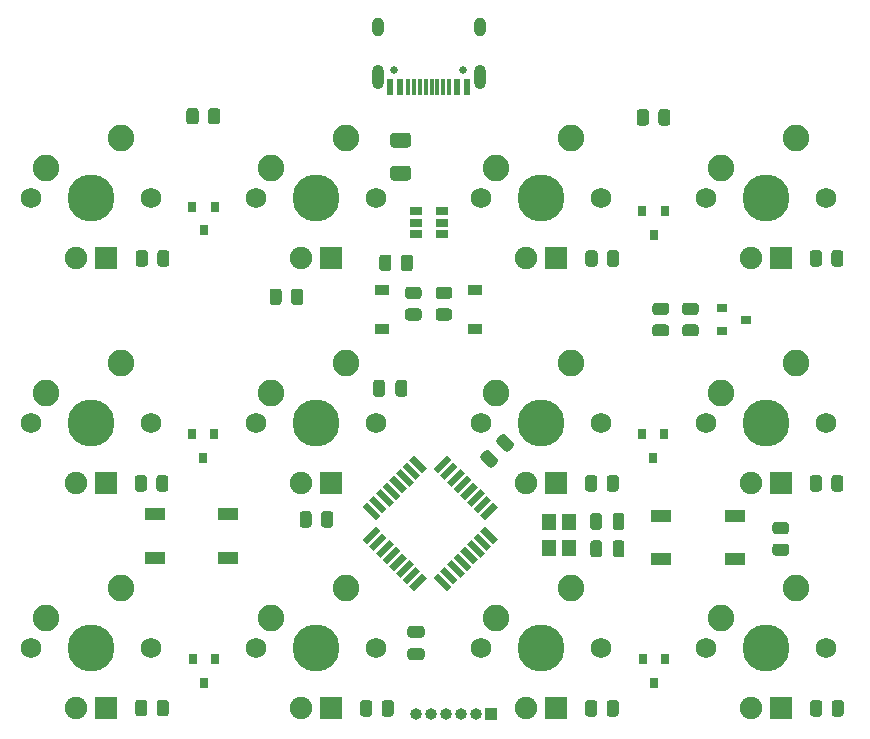
<source format=gbr>
%TF.GenerationSoftware,KiCad,Pcbnew,(5.1.10)-1*%
%TF.CreationDate,2021-09-30T18:26:24+02:00*%
%TF.ProjectId,twelvekey,7477656c-7665-46b6-9579-2e6b69636164,rev?*%
%TF.SameCoordinates,Original*%
%TF.FileFunction,Soldermask,Bot*%
%TF.FilePolarity,Negative*%
%FSLAX46Y46*%
G04 Gerber Fmt 4.6, Leading zero omitted, Abs format (unit mm)*
G04 Created by KiCad (PCBNEW (5.1.10)-1) date 2021-09-30 18:26:24*
%MOMM*%
%LPD*%
G01*
G04 APERTURE LIST*
%ADD10C,1.750000*%
%ADD11R,1.905000X1.905000*%
%ADD12C,1.905000*%
%ADD13C,2.250000*%
%ADD14C,3.987800*%
%ADD15R,0.900000X0.800000*%
%ADD16R,0.800000X0.900000*%
%ADD17R,1.200000X1.400000*%
%ADD18R,0.600000X1.450000*%
%ADD19R,0.300000X1.450000*%
%ADD20O,1.000000X2.100000*%
%ADD21C,0.650000*%
%ADD22O,1.000000X1.600000*%
%ADD23R,1.060000X0.650000*%
%ADD24C,0.100000*%
%ADD25R,1.800000X1.100000*%
%ADD26O,1.000000X1.000000*%
%ADD27R,1.000000X1.000000*%
%ADD28R,1.200000X0.900000*%
G04 APERTURE END LIST*
D10*
%TO.C,MX2*%
X120929400Y-54559200D03*
X110769400Y-54559200D03*
D11*
X117119400Y-59639200D03*
D12*
X114579400Y-59639200D03*
D13*
X112039400Y-52019200D03*
D14*
X115849400Y-54559200D03*
D13*
X118389400Y-49479200D03*
%TD*%
D15*
%TO.C,Q1*%
X152231600Y-64820800D03*
X150231600Y-63870800D03*
X150231600Y-65770800D03*
%TD*%
%TO.C,R20*%
G36*
G01*
X145484002Y-64420800D02*
X144583998Y-64420800D01*
G75*
G02*
X144334000Y-64170802I0J249998D01*
G01*
X144334000Y-63645798D01*
G75*
G02*
X144583998Y-63395800I249998J0D01*
G01*
X145484002Y-63395800D01*
G75*
G02*
X145734000Y-63645798I0J-249998D01*
G01*
X145734000Y-64170802D01*
G75*
G02*
X145484002Y-64420800I-249998J0D01*
G01*
G37*
G36*
G01*
X145484002Y-66245800D02*
X144583998Y-66245800D01*
G75*
G02*
X144334000Y-65995802I0J249998D01*
G01*
X144334000Y-65470798D01*
G75*
G02*
X144583998Y-65220800I249998J0D01*
G01*
X145484002Y-65220800D01*
G75*
G02*
X145734000Y-65470798I0J-249998D01*
G01*
X145734000Y-65995802D01*
G75*
G02*
X145484002Y-66245800I-249998J0D01*
G01*
G37*
%TD*%
%TO.C,R19*%
G36*
G01*
X147998602Y-64420800D02*
X147098598Y-64420800D01*
G75*
G02*
X146848600Y-64170802I0J249998D01*
G01*
X146848600Y-63645798D01*
G75*
G02*
X147098598Y-63395800I249998J0D01*
G01*
X147998602Y-63395800D01*
G75*
G02*
X148248600Y-63645798I0J-249998D01*
G01*
X148248600Y-64170802D01*
G75*
G02*
X147998602Y-64420800I-249998J0D01*
G01*
G37*
G36*
G01*
X147998602Y-66245800D02*
X147098598Y-66245800D01*
G75*
G02*
X146848600Y-65995802I0J249998D01*
G01*
X146848600Y-65470798D01*
G75*
G02*
X147098598Y-65220800I249998J0D01*
G01*
X147998602Y-65220800D01*
G75*
G02*
X148248600Y-65470798I0J-249998D01*
G01*
X148248600Y-65995802D01*
G75*
G02*
X147998602Y-66245800I-249998J0D01*
G01*
G37*
%TD*%
%TO.C,R18*%
G36*
G01*
X159505600Y-98189202D02*
X159505600Y-97289198D01*
G75*
G02*
X159755598Y-97039200I249998J0D01*
G01*
X160280602Y-97039200D01*
G75*
G02*
X160530600Y-97289198I0J-249998D01*
G01*
X160530600Y-98189202D01*
G75*
G02*
X160280602Y-98439200I-249998J0D01*
G01*
X159755598Y-98439200D01*
G75*
G02*
X159505600Y-98189202I0J249998D01*
G01*
G37*
G36*
G01*
X157680600Y-98189202D02*
X157680600Y-97289198D01*
G75*
G02*
X157930598Y-97039200I249998J0D01*
G01*
X158455602Y-97039200D01*
G75*
G02*
X158705600Y-97289198I0J-249998D01*
G01*
X158705600Y-98189202D01*
G75*
G02*
X158455602Y-98439200I-249998J0D01*
G01*
X157930598Y-98439200D01*
G75*
G02*
X157680600Y-98189202I0J249998D01*
G01*
G37*
%TD*%
%TO.C,R17*%
G36*
G01*
X140455600Y-98189202D02*
X140455600Y-97289198D01*
G75*
G02*
X140705598Y-97039200I249998J0D01*
G01*
X141230602Y-97039200D01*
G75*
G02*
X141480600Y-97289198I0J-249998D01*
G01*
X141480600Y-98189202D01*
G75*
G02*
X141230602Y-98439200I-249998J0D01*
G01*
X140705598Y-98439200D01*
G75*
G02*
X140455600Y-98189202I0J249998D01*
G01*
G37*
G36*
G01*
X138630600Y-98189202D02*
X138630600Y-97289198D01*
G75*
G02*
X138880598Y-97039200I249998J0D01*
G01*
X139405602Y-97039200D01*
G75*
G02*
X139655600Y-97289198I0J-249998D01*
G01*
X139655600Y-98189202D01*
G75*
G02*
X139405602Y-98439200I-249998J0D01*
G01*
X138880598Y-98439200D01*
G75*
G02*
X138630600Y-98189202I0J249998D01*
G01*
G37*
%TD*%
%TO.C,R16*%
G36*
G01*
X121405600Y-98189202D02*
X121405600Y-97289198D01*
G75*
G02*
X121655598Y-97039200I249998J0D01*
G01*
X122180602Y-97039200D01*
G75*
G02*
X122430600Y-97289198I0J-249998D01*
G01*
X122430600Y-98189202D01*
G75*
G02*
X122180602Y-98439200I-249998J0D01*
G01*
X121655598Y-98439200D01*
G75*
G02*
X121405600Y-98189202I0J249998D01*
G01*
G37*
G36*
G01*
X119580600Y-98189202D02*
X119580600Y-97289198D01*
G75*
G02*
X119830598Y-97039200I249998J0D01*
G01*
X120355602Y-97039200D01*
G75*
G02*
X120605600Y-97289198I0J-249998D01*
G01*
X120605600Y-98189202D01*
G75*
G02*
X120355602Y-98439200I-249998J0D01*
G01*
X119830598Y-98439200D01*
G75*
G02*
X119580600Y-98189202I0J249998D01*
G01*
G37*
%TD*%
%TO.C,R15*%
G36*
G01*
X102355600Y-98163802D02*
X102355600Y-97263798D01*
G75*
G02*
X102605598Y-97013800I249998J0D01*
G01*
X103130602Y-97013800D01*
G75*
G02*
X103380600Y-97263798I0J-249998D01*
G01*
X103380600Y-98163802D01*
G75*
G02*
X103130602Y-98413800I-249998J0D01*
G01*
X102605598Y-98413800D01*
G75*
G02*
X102355600Y-98163802I0J249998D01*
G01*
G37*
G36*
G01*
X100530600Y-98163802D02*
X100530600Y-97263798D01*
G75*
G02*
X100780598Y-97013800I249998J0D01*
G01*
X101305602Y-97013800D01*
G75*
G02*
X101555600Y-97263798I0J-249998D01*
G01*
X101555600Y-98163802D01*
G75*
G02*
X101305602Y-98413800I-249998J0D01*
G01*
X100780598Y-98413800D01*
G75*
G02*
X100530600Y-98163802I0J249998D01*
G01*
G37*
%TD*%
%TO.C,R14*%
G36*
G01*
X159480200Y-79139202D02*
X159480200Y-78239198D01*
G75*
G02*
X159730198Y-77989200I249998J0D01*
G01*
X160255202Y-77989200D01*
G75*
G02*
X160505200Y-78239198I0J-249998D01*
G01*
X160505200Y-79139202D01*
G75*
G02*
X160255202Y-79389200I-249998J0D01*
G01*
X159730198Y-79389200D01*
G75*
G02*
X159480200Y-79139202I0J249998D01*
G01*
G37*
G36*
G01*
X157655200Y-79139202D02*
X157655200Y-78239198D01*
G75*
G02*
X157905198Y-77989200I249998J0D01*
G01*
X158430202Y-77989200D01*
G75*
G02*
X158680200Y-78239198I0J-249998D01*
G01*
X158680200Y-79139202D01*
G75*
G02*
X158430202Y-79389200I-249998J0D01*
G01*
X157905198Y-79389200D01*
G75*
G02*
X157655200Y-79139202I0J249998D01*
G01*
G37*
%TD*%
%TO.C,R13*%
G36*
G01*
X140455600Y-79139202D02*
X140455600Y-78239198D01*
G75*
G02*
X140705598Y-77989200I249998J0D01*
G01*
X141230602Y-77989200D01*
G75*
G02*
X141480600Y-78239198I0J-249998D01*
G01*
X141480600Y-79139202D01*
G75*
G02*
X141230602Y-79389200I-249998J0D01*
G01*
X140705598Y-79389200D01*
G75*
G02*
X140455600Y-79139202I0J249998D01*
G01*
G37*
G36*
G01*
X138630600Y-79139202D02*
X138630600Y-78239198D01*
G75*
G02*
X138880598Y-77989200I249998J0D01*
G01*
X139405602Y-77989200D01*
G75*
G02*
X139655600Y-78239198I0J-249998D01*
G01*
X139655600Y-79139202D01*
G75*
G02*
X139405602Y-79389200I-249998J0D01*
G01*
X138880598Y-79389200D01*
G75*
G02*
X138630600Y-79139202I0J249998D01*
G01*
G37*
%TD*%
%TO.C,R12*%
G36*
G01*
X115474800Y-81287198D02*
X115474800Y-82187202D01*
G75*
G02*
X115224802Y-82437200I-249998J0D01*
G01*
X114699798Y-82437200D01*
G75*
G02*
X114449800Y-82187202I0J249998D01*
G01*
X114449800Y-81287198D01*
G75*
G02*
X114699798Y-81037200I249998J0D01*
G01*
X115224802Y-81037200D01*
G75*
G02*
X115474800Y-81287198I0J-249998D01*
G01*
G37*
G36*
G01*
X117299800Y-81287198D02*
X117299800Y-82187202D01*
G75*
G02*
X117049802Y-82437200I-249998J0D01*
G01*
X116524798Y-82437200D01*
G75*
G02*
X116274800Y-82187202I0J249998D01*
G01*
X116274800Y-81287198D01*
G75*
G02*
X116524798Y-81037200I249998J0D01*
G01*
X117049802Y-81037200D01*
G75*
G02*
X117299800Y-81287198I0J-249998D01*
G01*
G37*
%TD*%
%TO.C,R11*%
G36*
G01*
X102330200Y-79139202D02*
X102330200Y-78239198D01*
G75*
G02*
X102580198Y-77989200I249998J0D01*
G01*
X103105202Y-77989200D01*
G75*
G02*
X103355200Y-78239198I0J-249998D01*
G01*
X103355200Y-79139202D01*
G75*
G02*
X103105202Y-79389200I-249998J0D01*
G01*
X102580198Y-79389200D01*
G75*
G02*
X102330200Y-79139202I0J249998D01*
G01*
G37*
G36*
G01*
X100505200Y-79139202D02*
X100505200Y-78239198D01*
G75*
G02*
X100755198Y-77989200I249998J0D01*
G01*
X101280202Y-77989200D01*
G75*
G02*
X101530200Y-78239198I0J-249998D01*
G01*
X101530200Y-79139202D01*
G75*
G02*
X101280202Y-79389200I-249998J0D01*
G01*
X100755198Y-79389200D01*
G75*
G02*
X100505200Y-79139202I0J249998D01*
G01*
G37*
%TD*%
%TO.C,R10*%
G36*
G01*
X159480200Y-60089202D02*
X159480200Y-59189198D01*
G75*
G02*
X159730198Y-58939200I249998J0D01*
G01*
X160255202Y-58939200D01*
G75*
G02*
X160505200Y-59189198I0J-249998D01*
G01*
X160505200Y-60089202D01*
G75*
G02*
X160255202Y-60339200I-249998J0D01*
G01*
X159730198Y-60339200D01*
G75*
G02*
X159480200Y-60089202I0J249998D01*
G01*
G37*
G36*
G01*
X157655200Y-60089202D02*
X157655200Y-59189198D01*
G75*
G02*
X157905198Y-58939200I249998J0D01*
G01*
X158430202Y-58939200D01*
G75*
G02*
X158680200Y-59189198I0J-249998D01*
G01*
X158680200Y-60089202D01*
G75*
G02*
X158430202Y-60339200I-249998J0D01*
G01*
X157905198Y-60339200D01*
G75*
G02*
X157655200Y-60089202I0J249998D01*
G01*
G37*
%TD*%
%TO.C,R4*%
G36*
G01*
X140481000Y-60089202D02*
X140481000Y-59189198D01*
G75*
G02*
X140730998Y-58939200I249998J0D01*
G01*
X141256002Y-58939200D01*
G75*
G02*
X141506000Y-59189198I0J-249998D01*
G01*
X141506000Y-60089202D01*
G75*
G02*
X141256002Y-60339200I-249998J0D01*
G01*
X140730998Y-60339200D01*
G75*
G02*
X140481000Y-60089202I0J249998D01*
G01*
G37*
G36*
G01*
X138656000Y-60089202D02*
X138656000Y-59189198D01*
G75*
G02*
X138905998Y-58939200I249998J0D01*
G01*
X139431002Y-58939200D01*
G75*
G02*
X139681000Y-59189198I0J-249998D01*
G01*
X139681000Y-60089202D01*
G75*
G02*
X139431002Y-60339200I-249998J0D01*
G01*
X138905998Y-60339200D01*
G75*
G02*
X138656000Y-60089202I0J249998D01*
G01*
G37*
%TD*%
%TO.C,R3*%
G36*
G01*
X112934800Y-62440398D02*
X112934800Y-63340402D01*
G75*
G02*
X112684802Y-63590400I-249998J0D01*
G01*
X112159798Y-63590400D01*
G75*
G02*
X111909800Y-63340402I0J249998D01*
G01*
X111909800Y-62440398D01*
G75*
G02*
X112159798Y-62190400I249998J0D01*
G01*
X112684802Y-62190400D01*
G75*
G02*
X112934800Y-62440398I0J-249998D01*
G01*
G37*
G36*
G01*
X114759800Y-62440398D02*
X114759800Y-63340402D01*
G75*
G02*
X114509802Y-63590400I-249998J0D01*
G01*
X113984798Y-63590400D01*
G75*
G02*
X113734800Y-63340402I0J249998D01*
G01*
X113734800Y-62440398D01*
G75*
G02*
X113984798Y-62190400I249998J0D01*
G01*
X114509802Y-62190400D01*
G75*
G02*
X114759800Y-62440398I0J-249998D01*
G01*
G37*
%TD*%
%TO.C,R1*%
G36*
G01*
X102406400Y-60089202D02*
X102406400Y-59189198D01*
G75*
G02*
X102656398Y-58939200I249998J0D01*
G01*
X103181402Y-58939200D01*
G75*
G02*
X103431400Y-59189198I0J-249998D01*
G01*
X103431400Y-60089202D01*
G75*
G02*
X103181402Y-60339200I-249998J0D01*
G01*
X102656398Y-60339200D01*
G75*
G02*
X102406400Y-60089202I0J249998D01*
G01*
G37*
G36*
G01*
X100581400Y-60089202D02*
X100581400Y-59189198D01*
G75*
G02*
X100831398Y-58939200I249998J0D01*
G01*
X101356402Y-58939200D01*
G75*
G02*
X101606400Y-59189198I0J-249998D01*
G01*
X101606400Y-60089202D01*
G75*
G02*
X101356402Y-60339200I-249998J0D01*
G01*
X100831398Y-60339200D01*
G75*
G02*
X100581400Y-60089202I0J249998D01*
G01*
G37*
%TD*%
D10*
%TO.C,MX12*%
X159029400Y-92659200D03*
X148869400Y-92659200D03*
D11*
X155219400Y-97739200D03*
D12*
X152679400Y-97739200D03*
D13*
X150139400Y-90119200D03*
D14*
X153949400Y-92659200D03*
D13*
X156489400Y-87579200D03*
%TD*%
D10*
%TO.C,MX11*%
X139979400Y-92659200D03*
X129819400Y-92659200D03*
D11*
X136169400Y-97739200D03*
D12*
X133629400Y-97739200D03*
D13*
X131089400Y-90119200D03*
D14*
X134899400Y-92659200D03*
D13*
X137439400Y-87579200D03*
%TD*%
D10*
%TO.C,MX10*%
X120929400Y-92659200D03*
X110769400Y-92659200D03*
D11*
X117119400Y-97739200D03*
D12*
X114579400Y-97739200D03*
D13*
X112039400Y-90119200D03*
D14*
X115849400Y-92659200D03*
D13*
X118389400Y-87579200D03*
%TD*%
D10*
%TO.C,MX9*%
X101879400Y-92659200D03*
X91719400Y-92659200D03*
D11*
X98069400Y-97739200D03*
D12*
X95529400Y-97739200D03*
D13*
X92989400Y-90119200D03*
D14*
X96799400Y-92659200D03*
D13*
X99339400Y-87579200D03*
%TD*%
D10*
%TO.C,MX8*%
X159029400Y-73609200D03*
X148869400Y-73609200D03*
D11*
X155219400Y-78689200D03*
D12*
X152679400Y-78689200D03*
D13*
X150139400Y-71069200D03*
D14*
X153949400Y-73609200D03*
D13*
X156489400Y-68529200D03*
%TD*%
D10*
%TO.C,MX7*%
X139979400Y-73609200D03*
X129819400Y-73609200D03*
D11*
X136169400Y-78689200D03*
D12*
X133629400Y-78689200D03*
D13*
X131089400Y-71069200D03*
D14*
X134899400Y-73609200D03*
D13*
X137439400Y-68529200D03*
%TD*%
D10*
%TO.C,MX6*%
X120929400Y-73609200D03*
X110769400Y-73609200D03*
D11*
X117119400Y-78689200D03*
D12*
X114579400Y-78689200D03*
D13*
X112039400Y-71069200D03*
D14*
X115849400Y-73609200D03*
D13*
X118389400Y-68529200D03*
%TD*%
D10*
%TO.C,MX5*%
X101879400Y-73609200D03*
X91719400Y-73609200D03*
D11*
X98069400Y-78689200D03*
D12*
X95529400Y-78689200D03*
D13*
X92989400Y-71069200D03*
D14*
X96799400Y-73609200D03*
D13*
X99339400Y-68529200D03*
%TD*%
D10*
%TO.C,MX4*%
X159029400Y-54559200D03*
X148869400Y-54559200D03*
D11*
X155219400Y-59639200D03*
D12*
X152679400Y-59639200D03*
D13*
X150139400Y-52019200D03*
D14*
X153949400Y-54559200D03*
D13*
X156489400Y-49479200D03*
%TD*%
D10*
%TO.C,MX3*%
X139979400Y-54559200D03*
X129819400Y-54559200D03*
D11*
X136169400Y-59639200D03*
D12*
X133629400Y-59639200D03*
D13*
X131089400Y-52019200D03*
D14*
X134899400Y-54559200D03*
D13*
X137439400Y-49479200D03*
%TD*%
D10*
%TO.C,MX1*%
X101879400Y-54559200D03*
X91719400Y-54559200D03*
D11*
X98069400Y-59639200D03*
D12*
X95529400Y-59639200D03*
D13*
X92989400Y-52019200D03*
D14*
X96799400Y-54559200D03*
D13*
X99339400Y-49479200D03*
%TD*%
D16*
%TO.C,D6*%
X144475200Y-95589600D03*
X145425200Y-93589600D03*
X143525200Y-93589600D03*
%TD*%
%TO.C,D5*%
X106349800Y-95564200D03*
X107299800Y-93564200D03*
X105399800Y-93564200D03*
%TD*%
%TO.C,D4*%
X144399000Y-76514200D03*
X145349000Y-74514200D03*
X143449000Y-74514200D03*
%TD*%
%TO.C,D3*%
X106273600Y-76514200D03*
X107223600Y-74514200D03*
X105323600Y-74514200D03*
%TD*%
%TO.C,D2*%
X144424400Y-57616600D03*
X145374400Y-55616600D03*
X143474400Y-55616600D03*
%TD*%
%TO.C,D1*%
X106324400Y-57261000D03*
X107274400Y-55261000D03*
X105374400Y-55261000D03*
%TD*%
D17*
%TO.C,X1*%
X137298800Y-84132600D03*
X137298800Y-81932600D03*
X135598800Y-81932600D03*
X135598800Y-84132600D03*
%TD*%
D18*
%TO.C,USB1*%
X128624400Y-45167600D03*
X127824400Y-45167600D03*
X122924400Y-45167600D03*
X122124400Y-45167600D03*
X122124400Y-45167600D03*
X122924400Y-45167600D03*
X127824400Y-45167600D03*
X128624400Y-45167600D03*
D19*
X123624400Y-45167600D03*
X124124400Y-45167600D03*
X124624400Y-45167600D03*
X125624400Y-45167600D03*
X126124400Y-45167600D03*
X126624400Y-45167600D03*
X127124400Y-45167600D03*
X125124400Y-45167600D03*
D20*
X129694400Y-44252600D03*
X121054400Y-44252600D03*
D21*
X122484400Y-43722600D03*
D22*
X121054400Y-40072600D03*
D21*
X128264400Y-43722600D03*
D22*
X129694400Y-40072600D03*
%TD*%
D23*
%TO.C,U2*%
X124274400Y-56616600D03*
X124274400Y-55666600D03*
X124274400Y-57566600D03*
X126474400Y-57566600D03*
X126474400Y-56616600D03*
X126474400Y-55666600D03*
%TD*%
D24*
%TO.C,U1*%
G36*
X125236235Y-77453528D02*
G01*
X124847326Y-77842437D01*
X123715955Y-76711066D01*
X124104864Y-76322157D01*
X125236235Y-77453528D01*
G37*
G36*
X124670550Y-78019214D02*
G01*
X124281641Y-78408123D01*
X123150270Y-77276752D01*
X123539179Y-76887843D01*
X124670550Y-78019214D01*
G37*
G36*
X124104864Y-78584899D02*
G01*
X123715955Y-78973808D01*
X122584584Y-77842437D01*
X122973493Y-77453528D01*
X124104864Y-78584899D01*
G37*
G36*
X123539179Y-79150584D02*
G01*
X123150270Y-79539493D01*
X122018899Y-78408122D01*
X122407808Y-78019213D01*
X123539179Y-79150584D01*
G37*
G36*
X122973493Y-79716270D02*
G01*
X122584584Y-80105179D01*
X121453213Y-78973808D01*
X121842122Y-78584899D01*
X122973493Y-79716270D01*
G37*
G36*
X122407808Y-80281955D02*
G01*
X122018899Y-80670864D01*
X120887528Y-79539493D01*
X121276437Y-79150584D01*
X122407808Y-80281955D01*
G37*
G36*
X121842123Y-80847641D02*
G01*
X121453214Y-81236550D01*
X120321843Y-80105179D01*
X120710752Y-79716270D01*
X121842123Y-80847641D01*
G37*
G36*
X121276437Y-81413326D02*
G01*
X120887528Y-81802235D01*
X119756157Y-80670864D01*
X120145066Y-80281955D01*
X121276437Y-81413326D01*
G37*
G36*
X120887528Y-82332565D02*
G01*
X121276437Y-82721474D01*
X120145066Y-83852845D01*
X119756157Y-83463936D01*
X120887528Y-82332565D01*
G37*
G36*
X121453214Y-82898250D02*
G01*
X121842123Y-83287159D01*
X120710752Y-84418530D01*
X120321843Y-84029621D01*
X121453214Y-82898250D01*
G37*
G36*
X122018899Y-83463936D02*
G01*
X122407808Y-83852845D01*
X121276437Y-84984216D01*
X120887528Y-84595307D01*
X122018899Y-83463936D01*
G37*
G36*
X122584584Y-84029621D02*
G01*
X122973493Y-84418530D01*
X121842122Y-85549901D01*
X121453213Y-85160992D01*
X122584584Y-84029621D01*
G37*
G36*
X123150270Y-84595307D02*
G01*
X123539179Y-84984216D01*
X122407808Y-86115587D01*
X122018899Y-85726678D01*
X123150270Y-84595307D01*
G37*
G36*
X123715955Y-85160992D02*
G01*
X124104864Y-85549901D01*
X122973493Y-86681272D01*
X122584584Y-86292363D01*
X123715955Y-85160992D01*
G37*
G36*
X124281641Y-85726677D02*
G01*
X124670550Y-86115586D01*
X123539179Y-87246957D01*
X123150270Y-86858048D01*
X124281641Y-85726677D01*
G37*
G36*
X124847326Y-86292363D02*
G01*
X125236235Y-86681272D01*
X124104864Y-87812643D01*
X123715955Y-87423734D01*
X124847326Y-86292363D01*
G37*
G36*
X127286845Y-87423734D02*
G01*
X126897936Y-87812643D01*
X125766565Y-86681272D01*
X126155474Y-86292363D01*
X127286845Y-87423734D01*
G37*
G36*
X127852530Y-86858048D02*
G01*
X127463621Y-87246957D01*
X126332250Y-86115586D01*
X126721159Y-85726677D01*
X127852530Y-86858048D01*
G37*
G36*
X128418216Y-86292363D02*
G01*
X128029307Y-86681272D01*
X126897936Y-85549901D01*
X127286845Y-85160992D01*
X128418216Y-86292363D01*
G37*
G36*
X128983901Y-85726678D02*
G01*
X128594992Y-86115587D01*
X127463621Y-84984216D01*
X127852530Y-84595307D01*
X128983901Y-85726678D01*
G37*
G36*
X129549587Y-85160992D02*
G01*
X129160678Y-85549901D01*
X128029307Y-84418530D01*
X128418216Y-84029621D01*
X129549587Y-85160992D01*
G37*
G36*
X130115272Y-84595307D02*
G01*
X129726363Y-84984216D01*
X128594992Y-83852845D01*
X128983901Y-83463936D01*
X130115272Y-84595307D01*
G37*
G36*
X130680957Y-84029621D02*
G01*
X130292048Y-84418530D01*
X129160677Y-83287159D01*
X129549586Y-82898250D01*
X130680957Y-84029621D01*
G37*
G36*
X131246643Y-83463936D02*
G01*
X130857734Y-83852845D01*
X129726363Y-82721474D01*
X130115272Y-82332565D01*
X131246643Y-83463936D01*
G37*
G36*
X130857734Y-80281955D02*
G01*
X131246643Y-80670864D01*
X130115272Y-81802235D01*
X129726363Y-81413326D01*
X130857734Y-80281955D01*
G37*
G36*
X130292048Y-79716270D02*
G01*
X130680957Y-80105179D01*
X129549586Y-81236550D01*
X129160677Y-80847641D01*
X130292048Y-79716270D01*
G37*
G36*
X129726363Y-79150584D02*
G01*
X130115272Y-79539493D01*
X128983901Y-80670864D01*
X128594992Y-80281955D01*
X129726363Y-79150584D01*
G37*
G36*
X129160678Y-78584899D02*
G01*
X129549587Y-78973808D01*
X128418216Y-80105179D01*
X128029307Y-79716270D01*
X129160678Y-78584899D01*
G37*
G36*
X128594992Y-78019213D02*
G01*
X128983901Y-78408122D01*
X127852530Y-79539493D01*
X127463621Y-79150584D01*
X128594992Y-78019213D01*
G37*
G36*
X128029307Y-77453528D02*
G01*
X128418216Y-77842437D01*
X127286845Y-78973808D01*
X126897936Y-78584899D01*
X128029307Y-77453528D01*
G37*
G36*
X127463621Y-76887843D02*
G01*
X127852530Y-77276752D01*
X126721159Y-78408123D01*
X126332250Y-78019214D01*
X127463621Y-76887843D01*
G37*
G36*
X126897936Y-76322157D02*
G01*
X127286845Y-76711066D01*
X126155474Y-77842437D01*
X125766565Y-77453528D01*
X126897936Y-76322157D01*
G37*
%TD*%
D25*
%TO.C,RESET*%
X145083600Y-81411200D03*
X151283600Y-85111200D03*
X145083600Y-85111200D03*
X151283600Y-81411200D03*
%TD*%
%TO.C,R9*%
G36*
G01*
X122233100Y-59570198D02*
X122233100Y-60470202D01*
G75*
G02*
X121983102Y-60720200I-249998J0D01*
G01*
X121458098Y-60720200D01*
G75*
G02*
X121208100Y-60470202I0J249998D01*
G01*
X121208100Y-59570198D01*
G75*
G02*
X121458098Y-59320200I249998J0D01*
G01*
X121983102Y-59320200D01*
G75*
G02*
X122233100Y-59570198I0J-249998D01*
G01*
G37*
G36*
G01*
X124058100Y-59570198D02*
X124058100Y-60470202D01*
G75*
G02*
X123808102Y-60720200I-249998J0D01*
G01*
X123283098Y-60720200D01*
G75*
G02*
X123033100Y-60470202I0J249998D01*
G01*
X123033100Y-59570198D01*
G75*
G02*
X123283098Y-59320200I249998J0D01*
G01*
X123808102Y-59320200D01*
G75*
G02*
X124058100Y-59570198I0J-249998D01*
G01*
G37*
%TD*%
%TO.C,R8*%
G36*
G01*
X127119802Y-63074600D02*
X126219798Y-63074600D01*
G75*
G02*
X125969800Y-62824602I0J249998D01*
G01*
X125969800Y-62299598D01*
G75*
G02*
X126219798Y-62049600I249998J0D01*
G01*
X127119802Y-62049600D01*
G75*
G02*
X127369800Y-62299598I0J-249998D01*
G01*
X127369800Y-62824602D01*
G75*
G02*
X127119802Y-63074600I-249998J0D01*
G01*
G37*
G36*
G01*
X127119802Y-64899600D02*
X126219798Y-64899600D01*
G75*
G02*
X125969800Y-64649602I0J249998D01*
G01*
X125969800Y-64124598D01*
G75*
G02*
X126219798Y-63874600I249998J0D01*
G01*
X127119802Y-63874600D01*
G75*
G02*
X127369800Y-64124598I0J-249998D01*
G01*
X127369800Y-64649602D01*
G75*
G02*
X127119802Y-64899600I-249998J0D01*
G01*
G37*
%TD*%
%TO.C,R7*%
G36*
G01*
X124529002Y-63074600D02*
X123628998Y-63074600D01*
G75*
G02*
X123379000Y-62824602I0J249998D01*
G01*
X123379000Y-62299598D01*
G75*
G02*
X123628998Y-62049600I249998J0D01*
G01*
X124529002Y-62049600D01*
G75*
G02*
X124779000Y-62299598I0J-249998D01*
G01*
X124779000Y-62824602D01*
G75*
G02*
X124529002Y-63074600I-249998J0D01*
G01*
G37*
G36*
G01*
X124529002Y-64899600D02*
X123628998Y-64899600D01*
G75*
G02*
X123379000Y-64649602I0J249998D01*
G01*
X123379000Y-64124598D01*
G75*
G02*
X123628998Y-63874600I249998J0D01*
G01*
X124529002Y-63874600D01*
G75*
G02*
X124779000Y-64124598I0J-249998D01*
G01*
X124779000Y-64649602D01*
G75*
G02*
X124529002Y-64899600I-249998J0D01*
G01*
G37*
%TD*%
%TO.C,R6*%
G36*
G01*
X144024400Y-47251198D02*
X144024400Y-48151202D01*
G75*
G02*
X143774402Y-48401200I-249998J0D01*
G01*
X143249398Y-48401200D01*
G75*
G02*
X142999400Y-48151202I0J249998D01*
G01*
X142999400Y-47251198D01*
G75*
G02*
X143249398Y-47001200I249998J0D01*
G01*
X143774402Y-47001200D01*
G75*
G02*
X144024400Y-47251198I0J-249998D01*
G01*
G37*
G36*
G01*
X145849400Y-47251198D02*
X145849400Y-48151202D01*
G75*
G02*
X145599402Y-48401200I-249998J0D01*
G01*
X145074398Y-48401200D01*
G75*
G02*
X144824400Y-48151202I0J249998D01*
G01*
X144824400Y-47251198D01*
G75*
G02*
X145074398Y-47001200I249998J0D01*
G01*
X145599402Y-47001200D01*
G75*
G02*
X145849400Y-47251198I0J-249998D01*
G01*
G37*
%TD*%
%TO.C,R5*%
G36*
G01*
X106700900Y-48049602D02*
X106700900Y-47149598D01*
G75*
G02*
X106950898Y-46899600I249998J0D01*
G01*
X107475902Y-46899600D01*
G75*
G02*
X107725900Y-47149598I0J-249998D01*
G01*
X107725900Y-48049602D01*
G75*
G02*
X107475902Y-48299600I-249998J0D01*
G01*
X106950898Y-48299600D01*
G75*
G02*
X106700900Y-48049602I0J249998D01*
G01*
G37*
G36*
G01*
X104875900Y-48049602D02*
X104875900Y-47149598D01*
G75*
G02*
X105125898Y-46899600I249998J0D01*
G01*
X105650902Y-46899600D01*
G75*
G02*
X105900900Y-47149598I0J-249998D01*
G01*
X105900900Y-48049602D01*
G75*
G02*
X105650902Y-48299600I-249998J0D01*
G01*
X105125898Y-48299600D01*
G75*
G02*
X104875900Y-48049602I0J249998D01*
G01*
G37*
%TD*%
%TO.C,R2*%
G36*
G01*
X155644002Y-82988200D02*
X154743998Y-82988200D01*
G75*
G02*
X154494000Y-82738202I0J249998D01*
G01*
X154494000Y-82213198D01*
G75*
G02*
X154743998Y-81963200I249998J0D01*
G01*
X155644002Y-81963200D01*
G75*
G02*
X155894000Y-82213198I0J-249998D01*
G01*
X155894000Y-82738202D01*
G75*
G02*
X155644002Y-82988200I-249998J0D01*
G01*
G37*
G36*
G01*
X155644002Y-84813200D02*
X154743998Y-84813200D01*
G75*
G02*
X154494000Y-84563202I0J249998D01*
G01*
X154494000Y-84038198D01*
G75*
G02*
X154743998Y-83788200I249998J0D01*
G01*
X155644002Y-83788200D01*
G75*
G02*
X155894000Y-84038198I0J-249998D01*
G01*
X155894000Y-84563202D01*
G75*
G02*
X155644002Y-84813200I-249998J0D01*
G01*
G37*
%TD*%
D26*
%TO.C,J1*%
X124307600Y-98221800D03*
X125577600Y-98221800D03*
X126847600Y-98221800D03*
X128117600Y-98221800D03*
X129387600Y-98221800D03*
D27*
X130657600Y-98221800D03*
%TD*%
%TO.C,F1*%
G36*
G01*
X123637200Y-50253600D02*
X122387200Y-50253600D01*
G75*
G02*
X122137200Y-50003600I0J250000D01*
G01*
X122137200Y-49253600D01*
G75*
G02*
X122387200Y-49003600I250000J0D01*
G01*
X123637200Y-49003600D01*
G75*
G02*
X123887200Y-49253600I0J-250000D01*
G01*
X123887200Y-50003600D01*
G75*
G02*
X123637200Y-50253600I-250000J0D01*
G01*
G37*
G36*
G01*
X123637200Y-53053600D02*
X122387200Y-53053600D01*
G75*
G02*
X122137200Y-52803600I0J250000D01*
G01*
X122137200Y-52053600D01*
G75*
G02*
X122387200Y-51803600I250000J0D01*
G01*
X123637200Y-51803600D01*
G75*
G02*
X123887200Y-52053600I0J-250000D01*
G01*
X123887200Y-52803600D01*
G75*
G02*
X123637200Y-53053600I-250000J0D01*
G01*
G37*
%TD*%
D28*
%TO.C,D8*%
X129286000Y-65607200D03*
X129286000Y-62307200D03*
%TD*%
%TO.C,D7*%
X121412000Y-65581800D03*
X121412000Y-62281800D03*
%TD*%
%TO.C,C8*%
G36*
G01*
X140962800Y-82390000D02*
X140962800Y-81440000D01*
G75*
G02*
X141212800Y-81190000I250000J0D01*
G01*
X141712800Y-81190000D01*
G75*
G02*
X141962800Y-81440000I0J-250000D01*
G01*
X141962800Y-82390000D01*
G75*
G02*
X141712800Y-82640000I-250000J0D01*
G01*
X141212800Y-82640000D01*
G75*
G02*
X140962800Y-82390000I0J250000D01*
G01*
G37*
G36*
G01*
X139062800Y-82390000D02*
X139062800Y-81440000D01*
G75*
G02*
X139312800Y-81190000I250000J0D01*
G01*
X139812800Y-81190000D01*
G75*
G02*
X140062800Y-81440000I0J-250000D01*
G01*
X140062800Y-82390000D01*
G75*
G02*
X139812800Y-82640000I-250000J0D01*
G01*
X139312800Y-82640000D01*
G75*
G02*
X139062800Y-82390000I0J250000D01*
G01*
G37*
%TD*%
%TO.C,C7*%
G36*
G01*
X140962800Y-84701400D02*
X140962800Y-83751400D01*
G75*
G02*
X141212800Y-83501400I250000J0D01*
G01*
X141712800Y-83501400D01*
G75*
G02*
X141962800Y-83751400I0J-250000D01*
G01*
X141962800Y-84701400D01*
G75*
G02*
X141712800Y-84951400I-250000J0D01*
G01*
X141212800Y-84951400D01*
G75*
G02*
X140962800Y-84701400I0J250000D01*
G01*
G37*
G36*
G01*
X139062800Y-84701400D02*
X139062800Y-83751400D01*
G75*
G02*
X139312800Y-83501400I250000J0D01*
G01*
X139812800Y-83501400D01*
G75*
G02*
X140062800Y-83751400I0J-250000D01*
G01*
X140062800Y-84701400D01*
G75*
G02*
X139812800Y-84951400I-250000J0D01*
G01*
X139312800Y-84951400D01*
G75*
G02*
X139062800Y-84701400I0J250000D01*
G01*
G37*
%TD*%
%TO.C,C3*%
G36*
G01*
X123832600Y-92652000D02*
X124782600Y-92652000D01*
G75*
G02*
X125032600Y-92902000I0J-250000D01*
G01*
X125032600Y-93402000D01*
G75*
G02*
X124782600Y-93652000I-250000J0D01*
G01*
X123832600Y-93652000D01*
G75*
G02*
X123582600Y-93402000I0J250000D01*
G01*
X123582600Y-92902000D01*
G75*
G02*
X123832600Y-92652000I250000J0D01*
G01*
G37*
G36*
G01*
X123832600Y-90752000D02*
X124782600Y-90752000D01*
G75*
G02*
X125032600Y-91002000I0J-250000D01*
G01*
X125032600Y-91502000D01*
G75*
G02*
X124782600Y-91752000I-250000J0D01*
G01*
X123832600Y-91752000D01*
G75*
G02*
X123582600Y-91502000I0J250000D01*
G01*
X123582600Y-91002000D01*
G75*
G02*
X123832600Y-90752000I250000J0D01*
G01*
G37*
%TD*%
%TO.C,C2*%
G36*
G01*
X131833722Y-75949629D02*
X131161971Y-75277878D01*
G75*
G02*
X131161971Y-74924324I176777J176777D01*
G01*
X131515524Y-74570771D01*
G75*
G02*
X131869078Y-74570771I176777J-176777D01*
G01*
X132540829Y-75242522D01*
G75*
G02*
X132540829Y-75596076I-176777J-176777D01*
G01*
X132187276Y-75949629D01*
G75*
G02*
X131833722Y-75949629I-176777J176777D01*
G01*
G37*
G36*
G01*
X130490220Y-77293131D02*
X129818469Y-76621380D01*
G75*
G02*
X129818469Y-76267826I176777J176777D01*
G01*
X130172022Y-75914273D01*
G75*
G02*
X130525576Y-75914273I176777J-176777D01*
G01*
X131197327Y-76586024D01*
G75*
G02*
X131197327Y-76939578I-176777J-176777D01*
G01*
X130843774Y-77293131D01*
G75*
G02*
X130490220Y-77293131I-176777J176777D01*
G01*
G37*
%TD*%
%TO.C,C1*%
G36*
G01*
X121673200Y-70162400D02*
X121673200Y-71112400D01*
G75*
G02*
X121423200Y-71362400I-250000J0D01*
G01*
X120923200Y-71362400D01*
G75*
G02*
X120673200Y-71112400I0J250000D01*
G01*
X120673200Y-70162400D01*
G75*
G02*
X120923200Y-69912400I250000J0D01*
G01*
X121423200Y-69912400D01*
G75*
G02*
X121673200Y-70162400I0J-250000D01*
G01*
G37*
G36*
G01*
X123573200Y-70162400D02*
X123573200Y-71112400D01*
G75*
G02*
X123323200Y-71362400I-250000J0D01*
G01*
X122823200Y-71362400D01*
G75*
G02*
X122573200Y-71112400I0J250000D01*
G01*
X122573200Y-70162400D01*
G75*
G02*
X122823200Y-69912400I250000J0D01*
G01*
X123323200Y-69912400D01*
G75*
G02*
X123573200Y-70162400I0J-250000D01*
G01*
G37*
%TD*%
D25*
%TO.C,BOOT*%
X102208400Y-81309600D03*
X108408400Y-85009600D03*
X102208400Y-85009600D03*
X108408400Y-81309600D03*
%TD*%
M02*

</source>
